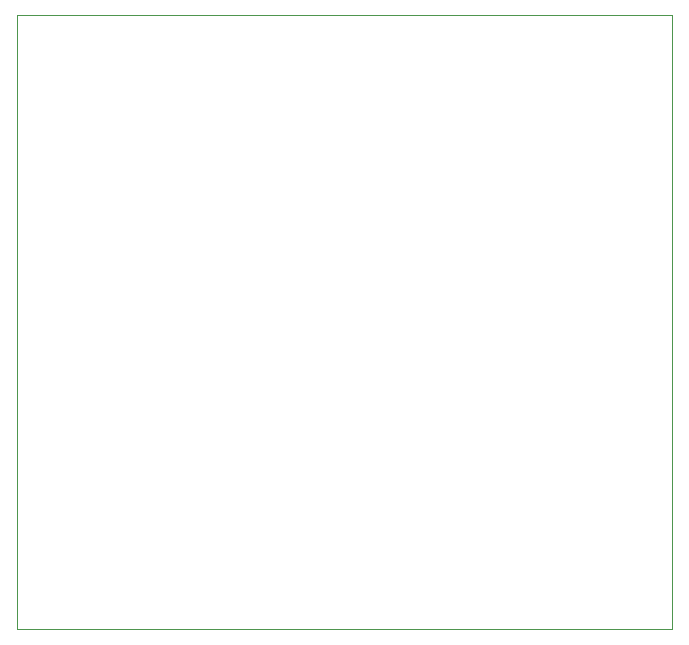
<source format=gbr>
%TF.GenerationSoftware,KiCad,Pcbnew,9.0.7*%
%TF.CreationDate,2026-02-08T16:25:54+05:30*%
%TF.ProjectId,gray,67726179-2e6b-4696-9361-645f70636258,rev?*%
%TF.SameCoordinates,Original*%
%TF.FileFunction,Profile,NP*%
%FSLAX46Y46*%
G04 Gerber Fmt 4.6, Leading zero omitted, Abs format (unit mm)*
G04 Created by KiCad (PCBNEW 9.0.7) date 2026-02-08 16:25:54*
%MOMM*%
%LPD*%
G01*
G04 APERTURE LIST*
%TA.AperFunction,Profile*%
%ADD10C,0.050000*%
%TD*%
G04 APERTURE END LIST*
D10*
X121500000Y-61000000D02*
X177000000Y-61000000D01*
X177000000Y-113000000D01*
X121500000Y-113000000D01*
X121500000Y-61000000D01*
M02*

</source>
